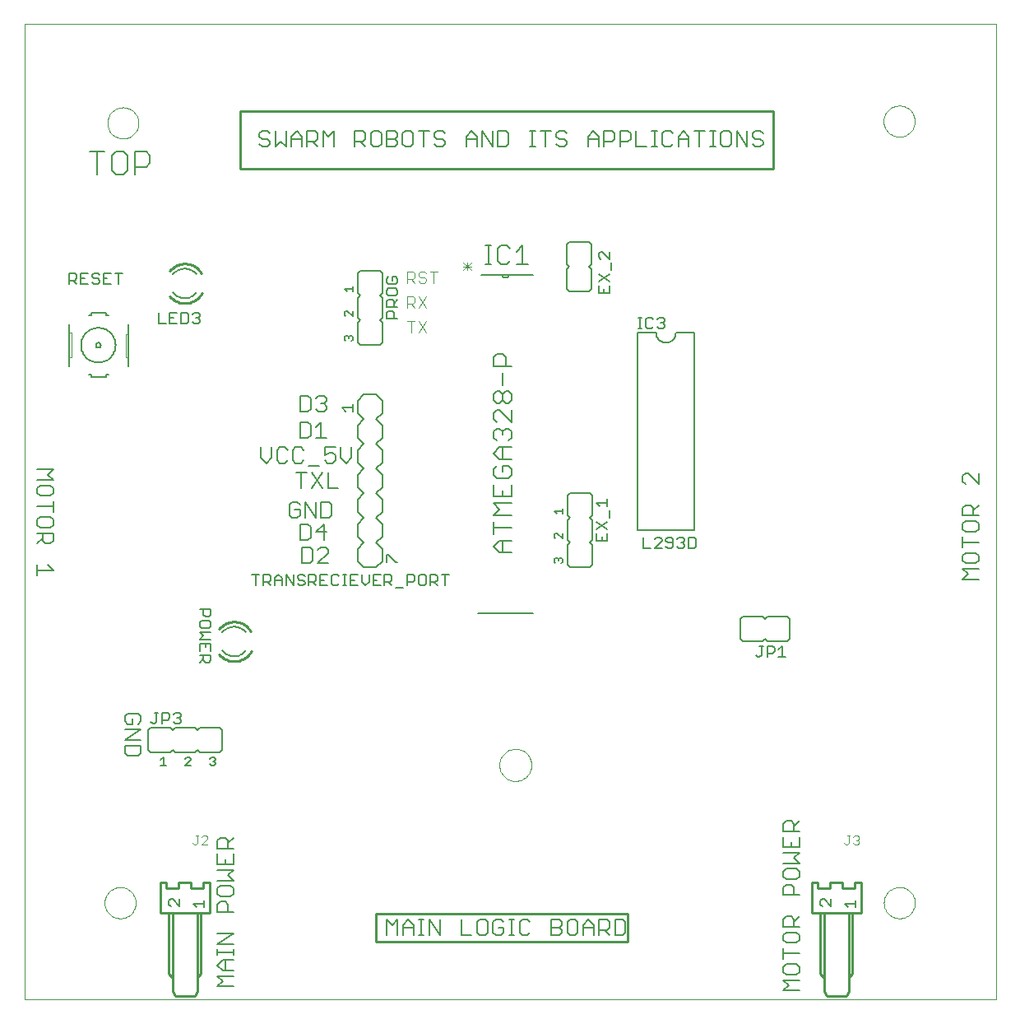
<source format=gto>
G75*
%MOIN*%
%OFA0B0*%
%FSLAX24Y24*%
%IPPOS*%
%LPD*%
%AMOC8*
5,1,8,0,0,1.08239X$1,22.5*
%
%ADD10C,0.0000*%
%ADD11C,0.0080*%
%ADD12C,0.0040*%
%ADD13C,0.0060*%
%ADD14C,0.0100*%
%ADD15C,0.0050*%
%ADD16C,0.0020*%
%ADD17C,0.0030*%
%ADD18C,0.0070*%
D10*
X000100Y000100D02*
X000100Y039596D01*
X039470Y039596D01*
X039470Y000100D01*
X000100Y000100D01*
X003352Y004021D02*
X003354Y004071D01*
X003360Y004121D01*
X003370Y004170D01*
X003384Y004218D01*
X003401Y004265D01*
X003422Y004310D01*
X003447Y004354D01*
X003475Y004395D01*
X003507Y004434D01*
X003541Y004471D01*
X003578Y004505D01*
X003618Y004535D01*
X003660Y004562D01*
X003704Y004586D01*
X003750Y004607D01*
X003797Y004623D01*
X003845Y004636D01*
X003895Y004645D01*
X003944Y004650D01*
X003995Y004651D01*
X004045Y004648D01*
X004094Y004641D01*
X004143Y004630D01*
X004191Y004615D01*
X004237Y004597D01*
X004282Y004575D01*
X004325Y004549D01*
X004366Y004520D01*
X004405Y004488D01*
X004441Y004453D01*
X004473Y004415D01*
X004503Y004375D01*
X004530Y004332D01*
X004553Y004288D01*
X004572Y004242D01*
X004588Y004194D01*
X004600Y004145D01*
X004608Y004096D01*
X004612Y004046D01*
X004612Y003996D01*
X004608Y003946D01*
X004600Y003897D01*
X004588Y003848D01*
X004572Y003800D01*
X004553Y003754D01*
X004530Y003710D01*
X004503Y003667D01*
X004473Y003627D01*
X004441Y003589D01*
X004405Y003554D01*
X004366Y003522D01*
X004325Y003493D01*
X004282Y003467D01*
X004237Y003445D01*
X004191Y003427D01*
X004143Y003412D01*
X004094Y003401D01*
X004045Y003394D01*
X003995Y003391D01*
X003944Y003392D01*
X003895Y003397D01*
X003845Y003406D01*
X003797Y003419D01*
X003750Y003435D01*
X003704Y003456D01*
X003660Y003480D01*
X003618Y003507D01*
X003578Y003537D01*
X003541Y003571D01*
X003507Y003608D01*
X003475Y003647D01*
X003447Y003688D01*
X003422Y003732D01*
X003401Y003777D01*
X003384Y003824D01*
X003370Y003872D01*
X003360Y003921D01*
X003354Y003971D01*
X003352Y004021D01*
X019350Y009600D02*
X019352Y009650D01*
X019358Y009700D01*
X019368Y009750D01*
X019381Y009798D01*
X019398Y009846D01*
X019419Y009892D01*
X019443Y009936D01*
X019471Y009978D01*
X019502Y010018D01*
X019536Y010055D01*
X019573Y010090D01*
X019612Y010121D01*
X019653Y010150D01*
X019697Y010175D01*
X019743Y010197D01*
X019790Y010215D01*
X019838Y010229D01*
X019887Y010240D01*
X019937Y010247D01*
X019987Y010250D01*
X020038Y010249D01*
X020088Y010244D01*
X020138Y010235D01*
X020186Y010223D01*
X020234Y010206D01*
X020280Y010186D01*
X020325Y010163D01*
X020368Y010136D01*
X020408Y010106D01*
X020446Y010073D01*
X020481Y010037D01*
X020514Y009998D01*
X020543Y009957D01*
X020569Y009914D01*
X020592Y009869D01*
X020611Y009822D01*
X020626Y009774D01*
X020638Y009725D01*
X020646Y009675D01*
X020650Y009625D01*
X020650Y009575D01*
X020646Y009525D01*
X020638Y009475D01*
X020626Y009426D01*
X020611Y009378D01*
X020592Y009331D01*
X020569Y009286D01*
X020543Y009243D01*
X020514Y009202D01*
X020481Y009163D01*
X020446Y009127D01*
X020408Y009094D01*
X020368Y009064D01*
X020325Y009037D01*
X020280Y009014D01*
X020234Y008994D01*
X020186Y008977D01*
X020138Y008965D01*
X020088Y008956D01*
X020038Y008951D01*
X019987Y008950D01*
X019937Y008953D01*
X019887Y008960D01*
X019838Y008971D01*
X019790Y008985D01*
X019743Y009003D01*
X019697Y009025D01*
X019653Y009050D01*
X019612Y009079D01*
X019573Y009110D01*
X019536Y009145D01*
X019502Y009182D01*
X019471Y009222D01*
X019443Y009264D01*
X019419Y009308D01*
X019398Y009354D01*
X019381Y009402D01*
X019368Y009450D01*
X019358Y009500D01*
X019352Y009550D01*
X019350Y009600D01*
X034931Y004021D02*
X034933Y004071D01*
X034939Y004121D01*
X034949Y004170D01*
X034963Y004218D01*
X034980Y004265D01*
X035001Y004310D01*
X035026Y004354D01*
X035054Y004395D01*
X035086Y004434D01*
X035120Y004471D01*
X035157Y004505D01*
X035197Y004535D01*
X035239Y004562D01*
X035283Y004586D01*
X035329Y004607D01*
X035376Y004623D01*
X035424Y004636D01*
X035474Y004645D01*
X035523Y004650D01*
X035574Y004651D01*
X035624Y004648D01*
X035673Y004641D01*
X035722Y004630D01*
X035770Y004615D01*
X035816Y004597D01*
X035861Y004575D01*
X035904Y004549D01*
X035945Y004520D01*
X035984Y004488D01*
X036020Y004453D01*
X036052Y004415D01*
X036082Y004375D01*
X036109Y004332D01*
X036132Y004288D01*
X036151Y004242D01*
X036167Y004194D01*
X036179Y004145D01*
X036187Y004096D01*
X036191Y004046D01*
X036191Y003996D01*
X036187Y003946D01*
X036179Y003897D01*
X036167Y003848D01*
X036151Y003800D01*
X036132Y003754D01*
X036109Y003710D01*
X036082Y003667D01*
X036052Y003627D01*
X036020Y003589D01*
X035984Y003554D01*
X035945Y003522D01*
X035904Y003493D01*
X035861Y003467D01*
X035816Y003445D01*
X035770Y003427D01*
X035722Y003412D01*
X035673Y003401D01*
X035624Y003394D01*
X035574Y003391D01*
X035523Y003392D01*
X035474Y003397D01*
X035424Y003406D01*
X035376Y003419D01*
X035329Y003435D01*
X035283Y003456D01*
X035239Y003480D01*
X035197Y003507D01*
X035157Y003537D01*
X035120Y003571D01*
X035086Y003608D01*
X035054Y003647D01*
X035026Y003688D01*
X035001Y003732D01*
X034980Y003777D01*
X034963Y003824D01*
X034949Y003872D01*
X034939Y003921D01*
X034933Y003971D01*
X034931Y004021D01*
X034923Y035671D02*
X034925Y035721D01*
X034931Y035771D01*
X034941Y035820D01*
X034955Y035868D01*
X034972Y035915D01*
X034993Y035960D01*
X035018Y036004D01*
X035046Y036045D01*
X035078Y036084D01*
X035112Y036121D01*
X035149Y036155D01*
X035189Y036185D01*
X035231Y036212D01*
X035275Y036236D01*
X035321Y036257D01*
X035368Y036273D01*
X035416Y036286D01*
X035466Y036295D01*
X035515Y036300D01*
X035566Y036301D01*
X035616Y036298D01*
X035665Y036291D01*
X035714Y036280D01*
X035762Y036265D01*
X035808Y036247D01*
X035853Y036225D01*
X035896Y036199D01*
X035937Y036170D01*
X035976Y036138D01*
X036012Y036103D01*
X036044Y036065D01*
X036074Y036025D01*
X036101Y035982D01*
X036124Y035938D01*
X036143Y035892D01*
X036159Y035844D01*
X036171Y035795D01*
X036179Y035746D01*
X036183Y035696D01*
X036183Y035646D01*
X036179Y035596D01*
X036171Y035547D01*
X036159Y035498D01*
X036143Y035450D01*
X036124Y035404D01*
X036101Y035360D01*
X036074Y035317D01*
X036044Y035277D01*
X036012Y035239D01*
X035976Y035204D01*
X035937Y035172D01*
X035896Y035143D01*
X035853Y035117D01*
X035808Y035095D01*
X035762Y035077D01*
X035714Y035062D01*
X035665Y035051D01*
X035616Y035044D01*
X035566Y035041D01*
X035515Y035042D01*
X035466Y035047D01*
X035416Y035056D01*
X035368Y035069D01*
X035321Y035085D01*
X035275Y035106D01*
X035231Y035130D01*
X035189Y035157D01*
X035149Y035187D01*
X035112Y035221D01*
X035078Y035258D01*
X035046Y035297D01*
X035018Y035338D01*
X034993Y035382D01*
X034972Y035427D01*
X034955Y035474D01*
X034941Y035522D01*
X034931Y035571D01*
X034925Y035621D01*
X034923Y035671D01*
X003470Y035600D02*
X003472Y035650D01*
X003478Y035700D01*
X003488Y035749D01*
X003502Y035797D01*
X003519Y035844D01*
X003540Y035889D01*
X003565Y035933D01*
X003593Y035974D01*
X003625Y036013D01*
X003659Y036050D01*
X003696Y036084D01*
X003736Y036114D01*
X003778Y036141D01*
X003822Y036165D01*
X003868Y036186D01*
X003915Y036202D01*
X003963Y036215D01*
X004013Y036224D01*
X004062Y036229D01*
X004113Y036230D01*
X004163Y036227D01*
X004212Y036220D01*
X004261Y036209D01*
X004309Y036194D01*
X004355Y036176D01*
X004400Y036154D01*
X004443Y036128D01*
X004484Y036099D01*
X004523Y036067D01*
X004559Y036032D01*
X004591Y035994D01*
X004621Y035954D01*
X004648Y035911D01*
X004671Y035867D01*
X004690Y035821D01*
X004706Y035773D01*
X004718Y035724D01*
X004726Y035675D01*
X004730Y035625D01*
X004730Y035575D01*
X004726Y035525D01*
X004718Y035476D01*
X004706Y035427D01*
X004690Y035379D01*
X004671Y035333D01*
X004648Y035289D01*
X004621Y035246D01*
X004591Y035206D01*
X004559Y035168D01*
X004523Y035133D01*
X004484Y035101D01*
X004443Y035072D01*
X004400Y035046D01*
X004355Y035024D01*
X004309Y035006D01*
X004261Y034991D01*
X004212Y034980D01*
X004163Y034973D01*
X004113Y034970D01*
X004062Y034971D01*
X004013Y034976D01*
X003963Y034985D01*
X003915Y034998D01*
X003868Y035014D01*
X003822Y035035D01*
X003778Y035059D01*
X003736Y035086D01*
X003696Y035116D01*
X003659Y035150D01*
X003625Y035187D01*
X003593Y035226D01*
X003565Y035267D01*
X003540Y035311D01*
X003519Y035356D01*
X003502Y035403D01*
X003488Y035451D01*
X003478Y035500D01*
X003472Y035550D01*
X003470Y035600D01*
D11*
X003348Y034439D02*
X002734Y034439D01*
X003041Y034439D02*
X003041Y033518D01*
X003655Y033671D02*
X003655Y034285D01*
X003809Y034439D01*
X004116Y034439D01*
X004269Y034285D01*
X004269Y033671D01*
X004116Y033518D01*
X003809Y033518D01*
X003655Y033671D01*
X004576Y033518D02*
X004576Y034439D01*
X005036Y034439D01*
X005190Y034285D01*
X005190Y033978D01*
X005036Y033825D01*
X004576Y033825D01*
X018780Y030631D02*
X019027Y030631D01*
X018903Y030631D02*
X018903Y029890D01*
X018780Y029890D02*
X019027Y029890D01*
X019283Y030013D02*
X019407Y029890D01*
X019654Y029890D01*
X019777Y030013D01*
X020038Y029890D02*
X020532Y029890D01*
X020285Y029890D02*
X020285Y030631D01*
X020038Y030384D01*
X019777Y030507D02*
X019654Y030631D01*
X019407Y030631D01*
X019283Y030507D01*
X019283Y030013D01*
X019233Y026244D02*
X019480Y026244D01*
X019603Y026121D01*
X019603Y025750D01*
X019850Y025750D02*
X019109Y025750D01*
X019109Y026121D01*
X019233Y026244D01*
X019480Y025489D02*
X019480Y024995D01*
X019603Y024734D02*
X019727Y024734D01*
X019850Y024611D01*
X019850Y024364D01*
X019727Y024240D01*
X019603Y024240D01*
X019480Y024364D01*
X019480Y024611D01*
X019603Y024734D01*
X019480Y024611D02*
X019356Y024734D01*
X019233Y024734D01*
X019109Y024611D01*
X019109Y024364D01*
X019233Y024240D01*
X019356Y024240D01*
X019480Y024364D01*
X019356Y023979D02*
X019233Y023979D01*
X019109Y023856D01*
X019109Y023609D01*
X019233Y023485D01*
X019233Y023224D02*
X019356Y023224D01*
X019480Y023101D01*
X019603Y023224D01*
X019727Y023224D01*
X019850Y023101D01*
X019850Y022854D01*
X019727Y022730D01*
X019850Y022469D02*
X019356Y022469D01*
X019109Y022222D01*
X019356Y021975D01*
X019850Y021975D01*
X019727Y021714D02*
X019480Y021714D01*
X019480Y021467D01*
X019233Y021220D02*
X019727Y021220D01*
X019850Y021344D01*
X019850Y021590D01*
X019727Y021714D01*
X019480Y021975D02*
X019480Y022469D01*
X019233Y022730D02*
X019109Y022854D01*
X019109Y023101D01*
X019233Y023224D01*
X019480Y023101D02*
X019480Y022977D01*
X019850Y023485D02*
X019356Y023979D01*
X019850Y023979D02*
X019850Y023485D01*
X019233Y021714D02*
X019109Y021590D01*
X019109Y021344D01*
X019233Y021220D01*
X019109Y020959D02*
X019109Y020465D01*
X019850Y020465D01*
X019850Y020959D01*
X019480Y020712D02*
X019480Y020465D01*
X019850Y020204D02*
X019109Y020204D01*
X019356Y019957D01*
X019109Y019710D01*
X019850Y019710D01*
X019850Y019202D02*
X019109Y019202D01*
X019109Y018955D02*
X019109Y019449D01*
X019356Y018694D02*
X019850Y018694D01*
X019480Y018694D02*
X019480Y018200D01*
X019356Y018200D02*
X019109Y018447D01*
X019356Y018694D01*
X019356Y018200D02*
X019850Y018200D01*
D12*
X016387Y027120D02*
X016080Y027580D01*
X015927Y027580D02*
X015620Y027580D01*
X015773Y027580D02*
X015773Y027120D01*
X016080Y027120D02*
X016387Y027580D01*
X016387Y028120D02*
X016080Y028580D01*
X015927Y028504D02*
X015927Y028350D01*
X015850Y028273D01*
X015620Y028273D01*
X015620Y028120D02*
X015620Y028580D01*
X015850Y028580D01*
X015927Y028504D01*
X015773Y028273D02*
X015927Y028120D01*
X016080Y028120D02*
X016387Y028580D01*
X016311Y029120D02*
X016157Y029120D01*
X016080Y029197D01*
X015927Y029120D02*
X015773Y029273D01*
X015850Y029273D02*
X015620Y029273D01*
X015620Y029120D02*
X015620Y029580D01*
X015850Y029580D01*
X015927Y029504D01*
X015927Y029350D01*
X015850Y029273D01*
X016080Y029427D02*
X016157Y029350D01*
X016311Y029350D01*
X016387Y029273D01*
X016387Y029197D01*
X016311Y029120D01*
X016694Y029120D02*
X016694Y029580D01*
X016541Y029580D02*
X016848Y029580D01*
X016387Y029504D02*
X016311Y029580D01*
X016157Y029580D01*
X016080Y029504D01*
X016080Y029427D01*
X007471Y006741D02*
X007351Y006741D01*
X007291Y006681D01*
X007163Y006741D02*
X007043Y006741D01*
X007103Y006741D02*
X007103Y006441D01*
X007043Y006381D01*
X006983Y006381D01*
X006923Y006441D01*
X007291Y006381D02*
X007531Y006621D01*
X007531Y006681D01*
X007471Y006741D01*
X007531Y006381D02*
X007291Y006381D01*
X033322Y006441D02*
X033382Y006381D01*
X033443Y006381D01*
X033503Y006441D01*
X033503Y006741D01*
X033443Y006741D02*
X033563Y006741D01*
X033691Y006681D02*
X033751Y006741D01*
X033871Y006741D01*
X033931Y006681D01*
X033931Y006621D01*
X033871Y006561D01*
X033931Y006501D01*
X033931Y006441D01*
X033871Y006381D01*
X033751Y006381D01*
X033691Y006441D01*
X033811Y006561D02*
X033871Y006561D01*
D13*
X031503Y006691D02*
X031503Y006264D01*
X030862Y006264D01*
X030862Y006691D01*
X030862Y006909D02*
X030862Y007229D01*
X030969Y007336D01*
X031183Y007336D01*
X031290Y007229D01*
X031290Y006909D01*
X031503Y006909D02*
X030862Y006909D01*
X031183Y006478D02*
X031183Y006264D01*
X031503Y006047D02*
X031290Y005833D01*
X031503Y005620D01*
X030862Y005620D01*
X030969Y005402D02*
X030862Y005295D01*
X030862Y005082D01*
X030969Y004975D01*
X031396Y004975D01*
X031503Y005082D01*
X031503Y005295D01*
X031396Y005402D01*
X030969Y005402D01*
X030969Y004758D02*
X030862Y004651D01*
X030862Y004331D01*
X031503Y004331D01*
X031290Y004331D02*
X031290Y004651D01*
X031183Y004758D01*
X030969Y004758D01*
X030969Y003469D02*
X030862Y003362D01*
X030862Y003042D01*
X031503Y003042D01*
X031290Y003042D02*
X031290Y003362D01*
X031183Y003469D01*
X030969Y003469D01*
X031290Y003255D02*
X031503Y003469D01*
X031396Y002824D02*
X030969Y002824D01*
X030862Y002717D01*
X030862Y002504D01*
X030969Y002397D01*
X031396Y002397D01*
X031503Y002504D01*
X031503Y002717D01*
X031396Y002824D01*
X030862Y002179D02*
X030862Y001752D01*
X030862Y001966D02*
X031503Y001966D01*
X031396Y001535D02*
X030969Y001535D01*
X030862Y001428D01*
X030862Y001215D01*
X030969Y001108D01*
X031396Y001108D01*
X031503Y001215D01*
X031503Y001428D01*
X031396Y001535D01*
X031503Y000890D02*
X030862Y000890D01*
X031076Y000677D01*
X030862Y000463D01*
X031503Y000463D01*
X031503Y006047D02*
X030862Y006047D01*
X031290Y007122D02*
X031503Y007336D01*
X031000Y014600D02*
X030200Y014600D01*
X030100Y014700D01*
X030000Y014600D01*
X029200Y014600D01*
X029100Y014700D01*
X029100Y015500D01*
X029200Y015600D01*
X030000Y015600D01*
X030100Y015500D01*
X030200Y015600D01*
X031000Y015600D01*
X031100Y015500D01*
X031100Y014700D01*
X031000Y014600D01*
X027250Y019100D02*
X024950Y019100D01*
X024950Y027100D01*
X025700Y027100D01*
X025702Y027061D01*
X025708Y027022D01*
X025717Y026984D01*
X025730Y026947D01*
X025747Y026911D01*
X025767Y026878D01*
X025791Y026846D01*
X025817Y026817D01*
X025846Y026791D01*
X025878Y026767D01*
X025911Y026747D01*
X025947Y026730D01*
X025984Y026717D01*
X026022Y026708D01*
X026061Y026702D01*
X026100Y026700D01*
X026139Y026702D01*
X026178Y026708D01*
X026216Y026717D01*
X026253Y026730D01*
X026289Y026747D01*
X026322Y026767D01*
X026354Y026791D01*
X026383Y026817D01*
X026409Y026846D01*
X026433Y026878D01*
X026453Y026911D01*
X026470Y026947D01*
X026483Y026984D01*
X026492Y027022D01*
X026498Y027061D01*
X026500Y027100D01*
X027250Y027100D01*
X027250Y019100D01*
X023100Y018700D02*
X023000Y018600D01*
X023100Y018500D01*
X023100Y017700D01*
X023000Y017600D01*
X022200Y017600D01*
X022100Y017700D01*
X022100Y018500D01*
X022200Y018600D01*
X022100Y018700D01*
X022100Y019500D01*
X022200Y019600D01*
X022100Y019700D01*
X022100Y020500D01*
X022200Y020600D01*
X023000Y020600D01*
X023100Y020500D01*
X023100Y019700D01*
X023000Y019600D01*
X023100Y019500D01*
X023100Y018700D01*
X020720Y015750D02*
X018480Y015750D01*
X014600Y017850D02*
X014350Y017600D01*
X013850Y017600D01*
X013600Y017850D01*
X013600Y018350D01*
X013850Y018600D01*
X013600Y018850D01*
X013600Y019350D01*
X013850Y019600D01*
X013600Y019850D01*
X013600Y020350D01*
X013850Y020600D01*
X013600Y020850D01*
X013600Y021350D01*
X013850Y021600D01*
X013600Y021850D01*
X013600Y022350D01*
X013850Y022600D01*
X013600Y022850D01*
X013600Y023350D01*
X013850Y023600D01*
X013600Y023850D01*
X013600Y024350D01*
X013850Y024600D01*
X014350Y024600D01*
X014600Y024350D01*
X014600Y023850D01*
X014350Y023600D01*
X014600Y023350D01*
X014600Y022850D01*
X014350Y022600D01*
X014600Y022350D01*
X014600Y021850D01*
X014350Y021600D01*
X014600Y021350D01*
X014600Y020850D01*
X014350Y020600D01*
X014600Y020350D01*
X014600Y019850D01*
X014350Y019600D01*
X014600Y019350D01*
X014600Y018850D01*
X014350Y018600D01*
X014600Y018350D01*
X014600Y017850D01*
X012422Y017768D02*
X011995Y017768D01*
X012422Y018195D01*
X012422Y018302D01*
X012315Y018408D01*
X012102Y018408D01*
X011995Y018302D01*
X011778Y018302D02*
X011778Y017875D01*
X011671Y017768D01*
X011350Y017768D01*
X011350Y018408D01*
X011671Y018408D01*
X011778Y018302D01*
X011592Y018713D02*
X011272Y018713D01*
X011272Y019353D01*
X011592Y019353D01*
X011699Y019246D01*
X011699Y018819D01*
X011592Y018713D01*
X011916Y019033D02*
X012237Y019353D01*
X012237Y018713D01*
X012343Y019033D02*
X011916Y019033D01*
X011910Y019618D02*
X011910Y020259D01*
X012128Y020259D02*
X012448Y020259D01*
X012555Y020152D01*
X012555Y019725D01*
X012448Y019618D01*
X012128Y019618D01*
X012128Y020259D01*
X012186Y020799D02*
X011759Y021440D01*
X011541Y021440D02*
X011114Y021440D01*
X011328Y021440D02*
X011328Y020799D01*
X011759Y020799D02*
X012186Y021440D01*
X012403Y021440D02*
X012403Y020799D01*
X012830Y020799D01*
X012595Y021823D02*
X012382Y021823D01*
X012275Y021930D01*
X012275Y022143D02*
X012489Y022250D01*
X012595Y022250D01*
X012702Y022143D01*
X012702Y021930D01*
X012595Y021823D01*
X012920Y022036D02*
X013133Y021823D01*
X013347Y022036D01*
X013347Y022463D01*
X012920Y022463D02*
X012920Y022036D01*
X012702Y022463D02*
X012275Y022463D01*
X012275Y022143D01*
X012058Y021716D02*
X011631Y021716D01*
X011413Y021930D02*
X011306Y021823D01*
X011093Y021823D01*
X010986Y021930D01*
X010986Y022357D01*
X011093Y022463D01*
X011306Y022463D01*
X011413Y022357D01*
X011272Y022847D02*
X011592Y022847D01*
X011699Y022953D01*
X011699Y023380D01*
X011592Y023487D01*
X011272Y023487D01*
X011272Y022847D01*
X010769Y022357D02*
X010662Y022463D01*
X010448Y022463D01*
X010341Y022357D01*
X010341Y021930D01*
X010448Y021823D01*
X010662Y021823D01*
X010769Y021930D01*
X010124Y022036D02*
X009910Y021823D01*
X009697Y022036D01*
X009697Y022463D01*
X010124Y022463D02*
X010124Y022036D01*
X010945Y020259D02*
X010839Y020152D01*
X010839Y019725D01*
X010945Y019618D01*
X011159Y019618D01*
X011266Y019725D01*
X011266Y019938D01*
X011052Y019938D01*
X011266Y020152D02*
X011159Y020259D01*
X010945Y020259D01*
X011483Y020259D02*
X011483Y019618D01*
X011910Y019618D02*
X011483Y020259D01*
X011916Y022847D02*
X012343Y022847D01*
X012130Y022847D02*
X012130Y023487D01*
X011916Y023274D01*
X012023Y023910D02*
X011916Y024016D01*
X012023Y023910D02*
X012237Y023910D01*
X012343Y024016D01*
X012343Y024123D01*
X012237Y024230D01*
X012130Y024230D01*
X012237Y024230D02*
X012343Y024337D01*
X012343Y024443D01*
X012237Y024550D01*
X012023Y024550D01*
X011916Y024443D01*
X011699Y024443D02*
X011699Y024016D01*
X011592Y023910D01*
X011272Y023910D01*
X011272Y024550D01*
X011592Y024550D01*
X011699Y024443D01*
X013700Y026600D02*
X014500Y026600D01*
X014600Y026700D01*
X014600Y027500D01*
X014500Y027600D01*
X014600Y027700D01*
X014600Y028500D01*
X014500Y028600D01*
X014600Y028700D01*
X014600Y029500D01*
X014500Y029600D01*
X013700Y029600D01*
X013600Y029500D01*
X013600Y028700D01*
X013700Y028600D01*
X013600Y028500D01*
X013600Y027700D01*
X013700Y027600D01*
X013600Y027500D01*
X013600Y026700D01*
X013700Y026600D01*
X018620Y029450D02*
X019480Y029450D01*
X019720Y029450D01*
X020720Y029450D01*
X019720Y029450D02*
X019718Y029429D01*
X019713Y029409D01*
X019704Y029390D01*
X019692Y029373D01*
X019677Y029358D01*
X019660Y029346D01*
X019641Y029337D01*
X019621Y029332D01*
X019600Y029330D01*
X019579Y029332D01*
X019559Y029337D01*
X019540Y029346D01*
X019523Y029358D01*
X019508Y029373D01*
X019496Y029390D01*
X019487Y029409D01*
X019482Y029429D01*
X019480Y029450D01*
X022098Y029664D02*
X022098Y028864D01*
X022198Y028764D01*
X022998Y028764D01*
X023098Y028864D01*
X023098Y029664D01*
X022998Y029764D01*
X023098Y029864D01*
X023098Y030664D01*
X022998Y030764D01*
X022198Y030764D01*
X022098Y030664D01*
X022098Y029864D01*
X022198Y029764D01*
X022098Y029664D01*
X021982Y034630D02*
X021768Y034630D01*
X021662Y034737D01*
X021768Y034950D02*
X021662Y035057D01*
X021662Y035164D01*
X021768Y035271D01*
X021982Y035271D01*
X022089Y035164D01*
X021982Y034950D02*
X022089Y034844D01*
X022089Y034737D01*
X021982Y034630D01*
X021982Y034950D02*
X021768Y034950D01*
X021444Y035271D02*
X021017Y035271D01*
X021231Y035271D02*
X021231Y034630D01*
X020801Y034630D02*
X020587Y034630D01*
X020694Y034630D02*
X020694Y035271D01*
X020587Y035271D02*
X020801Y035271D01*
X019725Y035164D02*
X019725Y034737D01*
X019619Y034630D01*
X019298Y034630D01*
X019298Y035271D01*
X019619Y035271D01*
X019725Y035164D01*
X019081Y035271D02*
X019081Y034630D01*
X018654Y035271D01*
X018654Y034630D01*
X018436Y034630D02*
X018436Y035057D01*
X018223Y035271D01*
X018009Y035057D01*
X018009Y034630D01*
X018009Y034950D02*
X018436Y034950D01*
X017147Y034844D02*
X017147Y034737D01*
X017040Y034630D01*
X016827Y034630D01*
X016720Y034737D01*
X016827Y034950D02*
X017040Y034950D01*
X017147Y034844D01*
X017147Y035164D02*
X017040Y035271D01*
X016827Y035271D01*
X016720Y035164D01*
X016720Y035057D01*
X016827Y034950D01*
X016503Y035271D02*
X016075Y035271D01*
X016289Y035271D02*
X016289Y034630D01*
X015858Y034737D02*
X015858Y035164D01*
X015751Y035271D01*
X015538Y035271D01*
X015431Y035164D01*
X015431Y034737D01*
X015538Y034630D01*
X015751Y034630D01*
X015858Y034737D01*
X015213Y034737D02*
X015107Y034630D01*
X014786Y034630D01*
X014786Y035271D01*
X015107Y035271D01*
X015213Y035164D01*
X015213Y035057D01*
X015107Y034950D01*
X014786Y034950D01*
X014569Y034737D02*
X014569Y035164D01*
X014462Y035271D01*
X014249Y035271D01*
X014142Y035164D01*
X014142Y034737D01*
X014249Y034630D01*
X014462Y034630D01*
X014569Y034737D01*
X013924Y034630D02*
X013711Y034844D01*
X013818Y034844D02*
X013497Y034844D01*
X013497Y034630D02*
X013497Y035271D01*
X013818Y035271D01*
X013924Y035164D01*
X013924Y034950D01*
X013818Y034844D01*
X012635Y034630D02*
X012635Y035271D01*
X012422Y035057D01*
X012208Y035271D01*
X012208Y034630D01*
X011991Y034630D02*
X011777Y034844D01*
X011884Y034844D02*
X011564Y034844D01*
X011564Y034630D02*
X011564Y035271D01*
X011884Y035271D01*
X011991Y035164D01*
X011991Y034950D01*
X011884Y034844D01*
X011346Y034950D02*
X010919Y034950D01*
X010919Y035057D02*
X011133Y035271D01*
X011346Y035057D01*
X011346Y034630D01*
X010919Y034630D02*
X010919Y035057D01*
X010702Y035271D02*
X010702Y034630D01*
X010488Y034844D01*
X010275Y034630D01*
X010275Y035271D01*
X010057Y035164D02*
X009950Y035271D01*
X009737Y035271D01*
X009630Y035164D01*
X009630Y035057D01*
X009737Y034950D01*
X009950Y034950D01*
X010057Y034844D01*
X010057Y034737D01*
X009950Y034630D01*
X009737Y034630D01*
X009630Y034737D01*
X015107Y034950D02*
X015213Y034844D01*
X015213Y034737D01*
X022951Y034630D02*
X022951Y035057D01*
X023164Y035271D01*
X023378Y035057D01*
X023378Y034630D01*
X023595Y034630D02*
X023595Y035271D01*
X023916Y035271D01*
X024022Y035164D01*
X024022Y034950D01*
X023916Y034844D01*
X023595Y034844D01*
X023378Y034950D02*
X022951Y034950D01*
X024240Y034844D02*
X024560Y034844D01*
X024667Y034950D01*
X024667Y035164D01*
X024560Y035271D01*
X024240Y035271D01*
X024240Y034630D01*
X024884Y034630D02*
X024884Y035271D01*
X024884Y034630D02*
X025311Y034630D01*
X025529Y034630D02*
X025742Y034630D01*
X025636Y034630D02*
X025636Y035271D01*
X025742Y035271D02*
X025529Y035271D01*
X025959Y035164D02*
X025959Y034737D01*
X026065Y034630D01*
X026279Y034630D01*
X026386Y034737D01*
X026603Y034630D02*
X026603Y035057D01*
X026817Y035271D01*
X027030Y035057D01*
X027030Y034630D01*
X027030Y034950D02*
X026603Y034950D01*
X026386Y035164D02*
X026279Y035271D01*
X026065Y035271D01*
X025959Y035164D01*
X027248Y035271D02*
X027675Y035271D01*
X027461Y035271D02*
X027461Y034630D01*
X027892Y034630D02*
X028106Y034630D01*
X027999Y034630D02*
X027999Y035271D01*
X027892Y035271D02*
X028106Y035271D01*
X028322Y035164D02*
X028322Y034737D01*
X028429Y034630D01*
X028642Y034630D01*
X028749Y034737D01*
X028749Y035164D01*
X028642Y035271D01*
X028429Y035271D01*
X028322Y035164D01*
X028966Y035271D02*
X028966Y034630D01*
X029394Y034630D02*
X028966Y035271D01*
X029394Y035271D02*
X029394Y034630D01*
X029611Y034737D02*
X029718Y034630D01*
X029931Y034630D01*
X030038Y034737D01*
X030038Y034844D01*
X029931Y034950D01*
X029718Y034950D01*
X029611Y035057D01*
X029611Y035164D01*
X029718Y035271D01*
X029931Y035271D01*
X030038Y035164D01*
X038236Y021412D02*
X038129Y021306D01*
X038129Y021092D01*
X038236Y020985D01*
X038236Y021412D02*
X038343Y021412D01*
X038770Y020985D01*
X038770Y021412D01*
X038770Y020123D02*
X038556Y019910D01*
X038556Y020017D02*
X038556Y019696D01*
X038770Y019696D02*
X038129Y019696D01*
X038129Y020017D01*
X038236Y020123D01*
X038450Y020123D01*
X038556Y020017D01*
X038663Y019479D02*
X038236Y019479D01*
X038129Y019372D01*
X038129Y019159D01*
X038236Y019052D01*
X038663Y019052D01*
X038770Y019159D01*
X038770Y019372D01*
X038663Y019479D01*
X038129Y018834D02*
X038129Y018407D01*
X038129Y018621D02*
X038770Y018621D01*
X038663Y018190D02*
X038236Y018190D01*
X038129Y018083D01*
X038129Y017869D01*
X038236Y017763D01*
X038663Y017763D01*
X038770Y017869D01*
X038770Y018083D01*
X038663Y018190D01*
X038770Y017545D02*
X038129Y017545D01*
X038343Y017332D01*
X038129Y017118D01*
X038770Y017118D01*
X024461Y003230D02*
X024461Y002803D01*
X024354Y002696D01*
X024034Y002696D01*
X024034Y003337D01*
X024354Y003337D01*
X024461Y003230D01*
X023816Y003230D02*
X023816Y003017D01*
X023709Y002910D01*
X023389Y002910D01*
X023389Y002696D02*
X023389Y003337D01*
X023709Y003337D01*
X023816Y003230D01*
X023603Y002910D02*
X023816Y002696D01*
X023172Y002696D02*
X023172Y003123D01*
X022958Y003337D01*
X022745Y003123D01*
X022745Y002696D01*
X022527Y002803D02*
X022527Y003230D01*
X022420Y003337D01*
X022207Y003337D01*
X022100Y003230D01*
X022100Y002803D01*
X022207Y002696D01*
X022420Y002696D01*
X022527Y002803D01*
X022745Y003017D02*
X023172Y003017D01*
X021883Y003123D02*
X021776Y003017D01*
X021456Y003017D01*
X021776Y003017D02*
X021883Y002910D01*
X021883Y002803D01*
X021776Y002696D01*
X021456Y002696D01*
X021456Y003337D01*
X021776Y003337D01*
X021883Y003230D01*
X021883Y003123D01*
X020593Y003230D02*
X020487Y003337D01*
X020273Y003337D01*
X020166Y003230D01*
X020166Y002803D01*
X020273Y002696D01*
X020487Y002696D01*
X020593Y002803D01*
X019950Y002696D02*
X019737Y002696D01*
X019844Y002696D02*
X019844Y003337D01*
X019950Y003337D02*
X019737Y003337D01*
X019519Y003230D02*
X019412Y003337D01*
X019199Y003337D01*
X019092Y003230D01*
X019092Y002803D01*
X019199Y002696D01*
X019412Y002696D01*
X019519Y002803D01*
X019519Y003017D01*
X019306Y003017D01*
X018875Y003230D02*
X018768Y003337D01*
X018554Y003337D01*
X018448Y003230D01*
X018448Y002803D01*
X018554Y002696D01*
X018768Y002696D01*
X018875Y002803D01*
X018875Y003230D01*
X018230Y002696D02*
X017803Y002696D01*
X017803Y003337D01*
X016941Y003337D02*
X016941Y002696D01*
X016514Y003337D01*
X016514Y002696D01*
X016298Y002696D02*
X016084Y002696D01*
X016191Y002696D02*
X016191Y003337D01*
X016084Y003337D02*
X016298Y003337D01*
X015867Y003123D02*
X015867Y002696D01*
X015867Y003017D02*
X015440Y003017D01*
X015440Y003123D02*
X015653Y003337D01*
X015867Y003123D01*
X015440Y003123D02*
X015440Y002696D01*
X015222Y002696D02*
X015222Y003337D01*
X015009Y003123D01*
X014795Y003337D01*
X014795Y002696D01*
X008570Y002776D02*
X007929Y002776D01*
X007929Y002349D02*
X008570Y002776D01*
X008570Y002349D02*
X007929Y002349D01*
X007929Y002133D02*
X007929Y001919D01*
X007929Y002026D02*
X008570Y002026D01*
X008570Y001919D02*
X008570Y002133D01*
X008570Y001702D02*
X008143Y001702D01*
X007929Y001488D01*
X008143Y001275D01*
X008570Y001275D01*
X008570Y001057D02*
X007929Y001057D01*
X008143Y000844D01*
X007929Y000630D01*
X008570Y000630D01*
X008250Y001275D02*
X008250Y001702D01*
X008356Y003638D02*
X008356Y003958D01*
X008250Y004065D01*
X008036Y004065D01*
X007929Y003958D01*
X007929Y003638D01*
X008570Y003638D01*
X008463Y004282D02*
X008036Y004282D01*
X007929Y004389D01*
X007929Y004603D01*
X008036Y004709D01*
X008463Y004709D01*
X008570Y004603D01*
X008570Y004389D01*
X008463Y004282D01*
X008570Y004927D02*
X007929Y004927D01*
X007929Y005354D02*
X008570Y005354D01*
X008356Y005141D01*
X008570Y004927D01*
X008570Y005572D02*
X007929Y005572D01*
X007929Y005999D01*
X007929Y006216D02*
X007929Y006536D01*
X008036Y006643D01*
X008250Y006643D01*
X008356Y006536D01*
X008356Y006216D01*
X008356Y006430D02*
X008570Y006643D01*
X008570Y006216D02*
X007929Y006216D01*
X008250Y005785D02*
X008250Y005572D01*
X008570Y005572D02*
X008570Y005999D01*
X008000Y010100D02*
X007200Y010100D01*
X007100Y010200D01*
X007000Y010100D01*
X006200Y010100D01*
X006100Y010200D01*
X006000Y010100D01*
X005200Y010100D01*
X005100Y010200D01*
X005100Y011000D01*
X005200Y011100D01*
X006000Y011100D01*
X006100Y011000D01*
X006200Y011100D01*
X007000Y011100D01*
X007100Y011000D01*
X007200Y011100D01*
X008000Y011100D01*
X008100Y011000D01*
X008100Y010200D01*
X008000Y010100D01*
X004813Y010075D02*
X004813Y010395D01*
X004172Y010395D01*
X004172Y010075D01*
X004279Y009968D01*
X004706Y009968D01*
X004813Y010075D01*
X004813Y010613D02*
X004172Y010613D01*
X004813Y011040D01*
X004172Y011040D01*
X004279Y011257D02*
X004492Y011257D01*
X004492Y011471D01*
X004279Y011684D02*
X004172Y011577D01*
X004172Y011364D01*
X004279Y011257D01*
X004706Y011257D02*
X004813Y011364D01*
X004813Y011577D01*
X004706Y011684D01*
X004279Y011684D01*
X008600Y015200D02*
X008645Y015198D01*
X008691Y015193D01*
X008735Y015185D01*
X008779Y015173D01*
X008822Y015157D01*
X008864Y015139D01*
X008904Y015117D01*
X008942Y015093D01*
X008978Y015066D01*
X009013Y015036D01*
X009044Y015003D01*
X009074Y014968D01*
X008600Y014000D02*
X008553Y014002D01*
X008505Y014008D01*
X008459Y014017D01*
X008413Y014030D01*
X008369Y014046D01*
X008325Y014067D01*
X008284Y014090D01*
X008245Y014116D01*
X008208Y014146D01*
X008173Y014179D01*
X008141Y014214D01*
X008112Y014251D01*
X008600Y014000D02*
X008646Y014002D01*
X008692Y014007D01*
X008738Y014016D01*
X008783Y014028D01*
X008826Y014044D01*
X008868Y014063D01*
X008909Y014086D01*
X008948Y014111D01*
X008984Y014139D01*
X009019Y014170D01*
X009051Y014204D01*
X009080Y014240D01*
X008600Y015200D02*
X008555Y015198D01*
X008509Y015193D01*
X008465Y015185D01*
X008421Y015173D01*
X008378Y015157D01*
X008336Y015139D01*
X008296Y015117D01*
X008258Y015093D01*
X008222Y015066D01*
X008187Y015036D01*
X008156Y015003D01*
X008126Y014968D01*
X001271Y017489D02*
X000630Y017489D01*
X000630Y017276D02*
X000630Y017703D01*
X001057Y017703D02*
X001271Y017489D01*
X001164Y018565D02*
X000950Y018565D01*
X000844Y018672D01*
X000844Y018992D01*
X000844Y018778D02*
X000630Y018565D01*
X000630Y018992D02*
X001271Y018992D01*
X001271Y018672D01*
X001164Y018565D01*
X001164Y019209D02*
X000737Y019209D01*
X000630Y019316D01*
X000630Y019530D01*
X000737Y019636D01*
X001164Y019636D01*
X001271Y019530D01*
X001271Y019316D01*
X001164Y019209D01*
X001271Y019854D02*
X001271Y020281D01*
X001271Y020067D02*
X000630Y020067D01*
X000737Y020498D02*
X001164Y020498D01*
X001271Y020605D01*
X001271Y020819D01*
X001164Y020925D01*
X000737Y020925D01*
X000630Y020819D01*
X000630Y020605D01*
X000737Y020498D01*
X000630Y021143D02*
X001271Y021143D01*
X001057Y021356D01*
X001271Y021570D01*
X000630Y021570D01*
X002800Y025300D02*
X003400Y025300D01*
X003400Y025400D01*
X003500Y025400D01*
X002800Y025400D02*
X002700Y025400D01*
X002800Y025400D02*
X002800Y025300D01*
X001900Y025750D02*
X001900Y026100D01*
X001900Y027100D01*
X001900Y027450D01*
X002700Y027800D02*
X002800Y027800D01*
X002800Y027900D01*
X003400Y027900D01*
X003400Y027800D01*
X003500Y027800D01*
X004300Y027450D02*
X004300Y027050D01*
X004300Y026100D01*
X004300Y025750D01*
X003000Y026600D02*
X003002Y026620D01*
X003008Y026638D01*
X003017Y026656D01*
X003029Y026671D01*
X003044Y026683D01*
X003062Y026692D01*
X003080Y026698D01*
X003100Y026700D01*
X003120Y026698D01*
X003138Y026692D01*
X003156Y026683D01*
X003171Y026671D01*
X003183Y026656D01*
X003192Y026638D01*
X003198Y026620D01*
X003200Y026600D01*
X003198Y026580D01*
X003192Y026562D01*
X003183Y026544D01*
X003171Y026529D01*
X003156Y026517D01*
X003138Y026508D01*
X003120Y026502D01*
X003100Y026500D01*
X003080Y026502D01*
X003062Y026508D01*
X003044Y026517D01*
X003029Y026529D01*
X003017Y026544D01*
X003008Y026562D01*
X003002Y026580D01*
X003000Y026600D01*
X002400Y026600D02*
X002402Y026652D01*
X002408Y026704D01*
X002418Y026756D01*
X002431Y026806D01*
X002448Y026856D01*
X002469Y026904D01*
X002494Y026950D01*
X002522Y026994D01*
X002553Y027036D01*
X002587Y027076D01*
X002624Y027113D01*
X002664Y027147D01*
X002706Y027178D01*
X002750Y027206D01*
X002796Y027231D01*
X002844Y027252D01*
X002894Y027269D01*
X002944Y027282D01*
X002996Y027292D01*
X003048Y027298D01*
X003100Y027300D01*
X003152Y027298D01*
X003204Y027292D01*
X003256Y027282D01*
X003306Y027269D01*
X003356Y027252D01*
X003404Y027231D01*
X003450Y027206D01*
X003494Y027178D01*
X003536Y027147D01*
X003576Y027113D01*
X003613Y027076D01*
X003647Y027036D01*
X003678Y026994D01*
X003706Y026950D01*
X003731Y026904D01*
X003752Y026856D01*
X003769Y026806D01*
X003782Y026756D01*
X003792Y026704D01*
X003798Y026652D01*
X003800Y026600D01*
X003798Y026548D01*
X003792Y026496D01*
X003782Y026444D01*
X003769Y026394D01*
X003752Y026344D01*
X003731Y026296D01*
X003706Y026250D01*
X003678Y026206D01*
X003647Y026164D01*
X003613Y026124D01*
X003576Y026087D01*
X003536Y026053D01*
X003494Y026022D01*
X003450Y025994D01*
X003404Y025969D01*
X003356Y025948D01*
X003306Y025931D01*
X003256Y025918D01*
X003204Y025908D01*
X003152Y025902D01*
X003100Y025900D01*
X003048Y025902D01*
X002996Y025908D01*
X002944Y025918D01*
X002894Y025931D01*
X002844Y025948D01*
X002796Y025969D01*
X002750Y025994D01*
X002706Y026022D01*
X002664Y026053D01*
X002624Y026087D01*
X002587Y026124D01*
X002553Y026164D01*
X002522Y026206D01*
X002494Y026250D01*
X002469Y026296D01*
X002448Y026344D01*
X002431Y026394D01*
X002418Y026444D01*
X002408Y026496D01*
X002402Y026548D01*
X002400Y026600D01*
X006600Y029700D02*
X006645Y029698D01*
X006691Y029693D01*
X006735Y029685D01*
X006779Y029673D01*
X006822Y029657D01*
X006864Y029639D01*
X006904Y029617D01*
X006942Y029593D01*
X006978Y029566D01*
X007013Y029536D01*
X007044Y029503D01*
X007074Y029468D01*
X006600Y028500D02*
X006553Y028502D01*
X006505Y028508D01*
X006459Y028517D01*
X006413Y028530D01*
X006369Y028546D01*
X006325Y028567D01*
X006284Y028590D01*
X006245Y028616D01*
X006208Y028646D01*
X006173Y028679D01*
X006141Y028714D01*
X006112Y028751D01*
X006600Y028500D02*
X006646Y028502D01*
X006692Y028507D01*
X006738Y028516D01*
X006783Y028528D01*
X006826Y028544D01*
X006868Y028563D01*
X006909Y028586D01*
X006948Y028611D01*
X006984Y028639D01*
X007019Y028670D01*
X007051Y028704D01*
X007080Y028740D01*
X006600Y029700D02*
X006555Y029698D01*
X006509Y029693D01*
X006465Y029685D01*
X006421Y029673D01*
X006378Y029657D01*
X006336Y029639D01*
X006296Y029617D01*
X006258Y029593D01*
X006222Y029566D01*
X006187Y029536D01*
X006156Y029503D01*
X006126Y029468D01*
D14*
X006600Y028300D02*
X006654Y028302D01*
X006708Y028307D01*
X006761Y028316D01*
X006814Y028329D01*
X006865Y028345D01*
X006915Y028365D01*
X006964Y028388D01*
X007012Y028414D01*
X007057Y028443D01*
X007100Y028476D01*
X007141Y028511D01*
X007180Y028549D01*
X007216Y028589D01*
X007249Y028632D01*
X007279Y028677D01*
X007306Y028724D01*
X007295Y029497D02*
X007265Y029545D01*
X007232Y029590D01*
X007196Y029633D01*
X007158Y029674D01*
X007116Y029711D01*
X007072Y029746D01*
X007026Y029777D01*
X006977Y029806D01*
X006927Y029830D01*
X006875Y029851D01*
X006821Y029869D01*
X006767Y029882D01*
X006712Y029892D01*
X006656Y029898D01*
X006600Y029900D01*
X006547Y029898D01*
X006493Y029893D01*
X006441Y029884D01*
X006389Y029872D01*
X006338Y029856D01*
X006288Y029837D01*
X006239Y029814D01*
X006192Y029788D01*
X006147Y029760D01*
X006104Y029728D01*
X006064Y029694D01*
X006025Y029656D01*
X005989Y029617D01*
X005985Y028588D02*
X006021Y028548D01*
X006060Y028510D01*
X006101Y028475D01*
X006144Y028443D01*
X006189Y028413D01*
X006236Y028387D01*
X006285Y028365D01*
X006336Y028345D01*
X006387Y028329D01*
X006439Y028316D01*
X006493Y028307D01*
X006546Y028302D01*
X006600Y028300D01*
X008840Y033761D02*
X008840Y036084D01*
X030454Y036084D01*
X030454Y033761D01*
X008840Y033761D01*
X009306Y014224D02*
X009279Y014177D01*
X009249Y014132D01*
X009216Y014089D01*
X009180Y014049D01*
X009141Y014011D01*
X009100Y013976D01*
X009057Y013943D01*
X009012Y013914D01*
X008964Y013888D01*
X008915Y013865D01*
X008865Y013845D01*
X008814Y013829D01*
X008761Y013816D01*
X008708Y013807D01*
X008654Y013802D01*
X008600Y013800D01*
X009295Y014997D02*
X009265Y015045D01*
X009232Y015090D01*
X009196Y015133D01*
X009158Y015174D01*
X009116Y015211D01*
X009072Y015246D01*
X009026Y015277D01*
X008977Y015306D01*
X008927Y015330D01*
X008875Y015351D01*
X008821Y015369D01*
X008767Y015382D01*
X008712Y015392D01*
X008656Y015398D01*
X008600Y015400D01*
X008547Y015398D01*
X008493Y015393D01*
X008441Y015384D01*
X008389Y015372D01*
X008338Y015356D01*
X008288Y015337D01*
X008239Y015314D01*
X008192Y015288D01*
X008147Y015260D01*
X008104Y015228D01*
X008064Y015194D01*
X008025Y015156D01*
X007989Y015117D01*
X007985Y014088D02*
X008021Y014048D01*
X008060Y014010D01*
X008101Y013975D01*
X008144Y013943D01*
X008189Y013913D01*
X008236Y013887D01*
X008285Y013865D01*
X008336Y013845D01*
X008387Y013829D01*
X008439Y013816D01*
X008493Y013807D01*
X008546Y013802D01*
X008600Y013800D01*
X007600Y004850D02*
X007350Y004850D01*
X007350Y004600D01*
X006850Y004600D01*
X006850Y004850D01*
X006350Y004850D01*
X006350Y004600D01*
X005850Y004600D01*
X005850Y004850D01*
X005600Y004850D01*
X005600Y003600D01*
X005950Y003600D01*
X005950Y001150D01*
X006080Y001010D01*
X006100Y000450D02*
X006200Y000250D01*
X006580Y000250D01*
X006620Y000250D01*
X006580Y000250D02*
X007000Y000250D01*
X007100Y000450D01*
X007100Y003600D01*
X007600Y003600D01*
X007600Y004850D01*
X007250Y003600D02*
X007250Y001150D01*
X007120Y001010D01*
X006100Y000450D02*
X006100Y003600D01*
X005950Y003600D02*
X007100Y003600D01*
X014365Y003566D02*
X014365Y002433D01*
X024564Y002433D01*
X024564Y003566D01*
X014365Y003566D01*
X032000Y003600D02*
X032350Y003600D01*
X032350Y001150D01*
X032480Y001010D01*
X032500Y000450D02*
X032600Y000250D01*
X032980Y000250D01*
X033020Y000250D01*
X032980Y000250D02*
X033400Y000250D01*
X033500Y000450D01*
X033500Y003600D01*
X034000Y003600D01*
X034000Y004850D01*
X033750Y004850D01*
X033750Y004600D01*
X033250Y004600D01*
X033250Y004850D01*
X032750Y004850D01*
X032750Y004600D01*
X032250Y004600D01*
X032250Y004850D01*
X032000Y004850D01*
X032000Y003600D01*
X032350Y003600D02*
X033500Y003600D01*
X033650Y003600D02*
X033650Y001150D01*
X033520Y001010D01*
X032500Y000450D02*
X032500Y003600D01*
D15*
X030965Y013975D02*
X030665Y013975D01*
X030815Y013975D02*
X030815Y014425D01*
X030665Y014275D01*
X030504Y014200D02*
X030429Y014125D01*
X030204Y014125D01*
X030204Y013975D02*
X030204Y014425D01*
X030429Y014425D01*
X030504Y014350D01*
X030504Y014200D01*
X030044Y014425D02*
X029894Y014425D01*
X029969Y014425D02*
X029969Y014050D01*
X029894Y013975D01*
X029819Y013975D01*
X029744Y014050D01*
X027242Y018375D02*
X027317Y018450D01*
X027317Y018750D01*
X027242Y018825D01*
X027017Y018825D01*
X027017Y018375D01*
X027242Y018375D01*
X026856Y018450D02*
X026781Y018375D01*
X026631Y018375D01*
X026556Y018450D01*
X026396Y018450D02*
X026396Y018750D01*
X026321Y018825D01*
X026171Y018825D01*
X026096Y018750D01*
X026096Y018675D01*
X026171Y018600D01*
X026396Y018600D01*
X026396Y018450D02*
X026321Y018375D01*
X026171Y018375D01*
X026096Y018450D01*
X025936Y018375D02*
X025635Y018375D01*
X025936Y018675D01*
X025936Y018750D01*
X025861Y018825D01*
X025710Y018825D01*
X025635Y018750D01*
X025475Y018375D02*
X025175Y018375D01*
X025175Y018825D01*
X023800Y019604D02*
X023800Y019904D01*
X023725Y020065D02*
X023725Y020365D01*
X023725Y020215D02*
X023275Y020215D01*
X023425Y020065D01*
X023275Y019444D02*
X023725Y019144D01*
X023725Y018984D02*
X023725Y018683D01*
X023275Y018683D01*
X023275Y018984D01*
X023275Y019144D02*
X023725Y019444D01*
X023500Y018834D02*
X023500Y018683D01*
X021915Y018766D02*
X021688Y018993D01*
X021631Y018993D01*
X021575Y018936D01*
X021575Y018823D01*
X021631Y018766D01*
X021915Y018766D02*
X021915Y018993D01*
X021915Y019766D02*
X021915Y019993D01*
X021915Y019879D02*
X021575Y019879D01*
X021688Y019766D01*
X021688Y017993D02*
X021745Y017936D01*
X021802Y017993D01*
X021858Y017993D01*
X021915Y017936D01*
X021915Y017823D01*
X021858Y017766D01*
X021745Y017879D02*
X021745Y017936D01*
X021688Y017993D02*
X021631Y017993D01*
X021575Y017936D01*
X021575Y017823D01*
X021631Y017766D01*
X017299Y017315D02*
X016999Y017315D01*
X017149Y017315D02*
X017149Y016865D01*
X016839Y016865D02*
X016689Y017015D01*
X016764Y017015D02*
X016539Y017015D01*
X016539Y016865D02*
X016539Y017315D01*
X016764Y017315D01*
X016839Y017240D01*
X016839Y017090D01*
X016764Y017015D01*
X016379Y016940D02*
X016379Y017240D01*
X016304Y017315D01*
X016154Y017315D01*
X016078Y017240D01*
X016078Y016940D01*
X016154Y016865D01*
X016304Y016865D01*
X016379Y016940D01*
X015918Y017090D02*
X015843Y017015D01*
X015618Y017015D01*
X015618Y016865D02*
X015618Y017315D01*
X015843Y017315D01*
X015918Y017240D01*
X015918Y017090D01*
X015458Y016790D02*
X015158Y016790D01*
X014998Y016865D02*
X014847Y017015D01*
X014922Y017015D02*
X014697Y017015D01*
X014697Y016865D02*
X014697Y017315D01*
X014922Y017315D01*
X014998Y017240D01*
X014998Y017090D01*
X014922Y017015D01*
X014537Y016865D02*
X014237Y016865D01*
X014237Y017315D01*
X014537Y017315D01*
X014387Y017090D02*
X014237Y017090D01*
X014077Y017015D02*
X014077Y017315D01*
X014077Y017015D02*
X013927Y016865D01*
X013776Y017015D01*
X013776Y017315D01*
X013616Y017315D02*
X013316Y017315D01*
X013316Y016865D01*
X013616Y016865D01*
X013466Y017090D02*
X013316Y017090D01*
X013159Y017315D02*
X013009Y017315D01*
X013084Y017315D02*
X013084Y016865D01*
X013009Y016865D02*
X013159Y016865D01*
X012849Y016940D02*
X012774Y016865D01*
X012624Y016865D01*
X012549Y016940D01*
X012549Y017240D01*
X012624Y017315D01*
X012774Y017315D01*
X012849Y017240D01*
X012389Y017315D02*
X012088Y017315D01*
X012088Y016865D01*
X012389Y016865D01*
X012239Y017090D02*
X012088Y017090D01*
X011928Y017090D02*
X011853Y017015D01*
X011628Y017015D01*
X011778Y017015D02*
X011928Y016865D01*
X011928Y017090D02*
X011928Y017240D01*
X011853Y017315D01*
X011628Y017315D01*
X011628Y016865D01*
X011468Y016940D02*
X011393Y016865D01*
X011243Y016865D01*
X011168Y016940D01*
X011243Y017090D02*
X011393Y017090D01*
X011468Y017015D01*
X011468Y016940D01*
X011243Y017090D02*
X011168Y017165D01*
X011168Y017240D01*
X011243Y017315D01*
X011393Y017315D01*
X011468Y017240D01*
X011007Y017315D02*
X011007Y016865D01*
X010707Y017315D01*
X010707Y016865D01*
X010547Y016865D02*
X010547Y017165D01*
X010397Y017315D01*
X010247Y017165D01*
X010247Y016865D01*
X010087Y016865D02*
X009937Y017015D01*
X010012Y017015D02*
X009786Y017015D01*
X009786Y016865D02*
X009786Y017315D01*
X010012Y017315D01*
X010087Y017240D01*
X010087Y017090D01*
X010012Y017015D01*
X010247Y017090D02*
X010547Y017090D01*
X009626Y017315D02*
X009326Y017315D01*
X009476Y017315D02*
X009476Y016865D01*
X007658Y015904D02*
X007658Y015679D01*
X007583Y015603D01*
X007433Y015603D01*
X007358Y015679D01*
X007358Y015904D01*
X007208Y015904D02*
X007658Y015904D01*
X007583Y015443D02*
X007283Y015443D01*
X007208Y015368D01*
X007208Y015218D01*
X007283Y015143D01*
X007583Y015143D01*
X007658Y015218D01*
X007658Y015368D01*
X007583Y015443D01*
X007658Y014983D02*
X007208Y014983D01*
X007358Y014833D01*
X007208Y014683D01*
X007658Y014683D01*
X007658Y014523D02*
X007208Y014523D01*
X007208Y014222D01*
X007208Y014062D02*
X007658Y014062D01*
X007658Y013837D01*
X007583Y013762D01*
X007433Y013762D01*
X007358Y013837D01*
X007358Y014062D01*
X007358Y013912D02*
X007208Y013762D01*
X007658Y014222D02*
X007658Y014523D01*
X007433Y014523D02*
X007433Y014372D01*
X006371Y011725D02*
X006221Y011725D01*
X006146Y011650D01*
X005986Y011650D02*
X005986Y011500D01*
X005911Y011425D01*
X005685Y011425D01*
X005685Y011275D02*
X005685Y011725D01*
X005911Y011725D01*
X005986Y011650D01*
X006146Y011350D02*
X006221Y011275D01*
X006371Y011275D01*
X006446Y011350D01*
X006446Y011425D01*
X006371Y011500D01*
X006296Y011500D01*
X006371Y011500D02*
X006446Y011575D01*
X006446Y011650D01*
X006371Y011725D01*
X005525Y011725D02*
X005375Y011725D01*
X005450Y011725D02*
X005450Y011350D01*
X005375Y011275D01*
X005300Y011275D01*
X005225Y011350D01*
X005738Y009915D02*
X005738Y009575D01*
X005625Y009575D02*
X005852Y009575D01*
X005625Y009802D02*
X005738Y009915D01*
X006625Y009859D02*
X006682Y009915D01*
X006795Y009915D01*
X006852Y009859D01*
X006852Y009802D01*
X006625Y009575D01*
X006852Y009575D01*
X007625Y009632D02*
X007682Y009575D01*
X007795Y009575D01*
X007852Y009632D01*
X007852Y009688D01*
X007795Y009745D01*
X007738Y009745D01*
X007795Y009745D02*
X007852Y009802D01*
X007852Y009859D01*
X007795Y009915D01*
X007682Y009915D01*
X007625Y009859D01*
X014775Y017815D02*
X014775Y018115D01*
X014850Y018115D01*
X015150Y017815D01*
X015225Y017815D01*
X013425Y023915D02*
X013425Y024215D01*
X013425Y024065D02*
X012975Y024065D01*
X013125Y023915D01*
X013131Y026766D02*
X013075Y026823D01*
X013075Y026936D01*
X013131Y026993D01*
X013188Y026993D01*
X013245Y026936D01*
X013302Y026993D01*
X013358Y026993D01*
X013415Y026936D01*
X013415Y026823D01*
X013358Y026766D01*
X013245Y026879D02*
X013245Y026936D01*
X013131Y027766D02*
X013075Y027823D01*
X013075Y027936D01*
X013131Y027993D01*
X013188Y027993D01*
X013415Y027766D01*
X013415Y027993D01*
X013415Y028766D02*
X013415Y028993D01*
X013415Y028879D02*
X013075Y028879D01*
X013188Y028766D01*
X014775Y028829D02*
X014850Y028904D01*
X015150Y028904D01*
X015225Y028829D01*
X015225Y028679D01*
X015150Y028604D01*
X014850Y028604D01*
X014775Y028679D01*
X014775Y028829D01*
X014850Y029065D02*
X015150Y029065D01*
X015225Y029140D01*
X015225Y029290D01*
X015150Y029365D01*
X015000Y029365D01*
X015000Y029215D01*
X014850Y029365D02*
X014775Y029290D01*
X014775Y029140D01*
X014850Y029065D01*
X014850Y028444D02*
X015000Y028444D01*
X015075Y028369D01*
X015075Y028144D01*
X015075Y028294D02*
X015225Y028444D01*
X015225Y028144D02*
X014775Y028144D01*
X014775Y028369D01*
X014850Y028444D01*
X014850Y027984D02*
X015000Y027984D01*
X015075Y027909D01*
X015075Y027683D01*
X015225Y027683D02*
X014775Y027683D01*
X014775Y027909D01*
X014850Y027984D01*
X007215Y027850D02*
X007215Y027775D01*
X007140Y027700D01*
X007215Y027625D01*
X007215Y027550D01*
X007140Y027475D01*
X006990Y027475D01*
X006915Y027550D01*
X006754Y027550D02*
X006754Y027850D01*
X006679Y027925D01*
X006454Y027925D01*
X006454Y027475D01*
X006679Y027475D01*
X006754Y027550D01*
X006915Y027850D02*
X006990Y027925D01*
X007140Y027925D01*
X007215Y027850D01*
X007140Y027700D02*
X007065Y027700D01*
X006294Y027475D02*
X005994Y027475D01*
X005994Y027925D01*
X006294Y027925D01*
X006144Y027700D02*
X005994Y027700D01*
X005834Y027475D02*
X005533Y027475D01*
X005533Y027925D01*
X003917Y029075D02*
X003917Y029525D01*
X003767Y029525D02*
X004067Y029525D01*
X003606Y029525D02*
X003306Y029525D01*
X003306Y029075D01*
X003606Y029075D01*
X003456Y029300D02*
X003306Y029300D01*
X003146Y029225D02*
X003146Y029150D01*
X003071Y029075D01*
X002921Y029075D01*
X002846Y029150D01*
X002921Y029300D02*
X003071Y029300D01*
X003146Y029225D01*
X003146Y029450D02*
X003071Y029525D01*
X002921Y029525D01*
X002846Y029450D01*
X002846Y029375D01*
X002921Y029300D01*
X002686Y029075D02*
X002385Y029075D01*
X002385Y029525D01*
X002686Y029525D01*
X002536Y029300D02*
X002385Y029300D01*
X002225Y029300D02*
X002225Y029450D01*
X002150Y029525D01*
X001925Y029525D01*
X001925Y029075D01*
X001925Y029225D02*
X002150Y029225D01*
X002225Y029300D01*
X002075Y029225D02*
X002225Y029075D01*
X023372Y029014D02*
X023372Y028714D01*
X023823Y028714D01*
X023823Y029014D01*
X023823Y029174D02*
X023372Y029474D01*
X023372Y029174D02*
X023823Y029474D01*
X023898Y029635D02*
X023898Y029935D01*
X023823Y030095D02*
X023522Y030395D01*
X023447Y030395D01*
X023372Y030320D01*
X023372Y030170D01*
X023447Y030095D01*
X023823Y030095D02*
X023823Y030395D01*
X023598Y028864D02*
X023598Y028714D01*
X024975Y027725D02*
X025125Y027725D01*
X025050Y027725D02*
X025050Y027275D01*
X024975Y027275D02*
X025125Y027275D01*
X025282Y027350D02*
X025357Y027275D01*
X025507Y027275D01*
X025582Y027350D01*
X025742Y027350D02*
X025817Y027275D01*
X025968Y027275D01*
X026043Y027350D01*
X026043Y027425D01*
X025968Y027500D01*
X025892Y027500D01*
X025968Y027500D02*
X026043Y027575D01*
X026043Y027650D01*
X025968Y027725D01*
X025817Y027725D01*
X025742Y027650D01*
X025582Y027650D02*
X025507Y027725D01*
X025357Y027725D01*
X025282Y027650D01*
X025282Y027350D01*
X026631Y018825D02*
X026781Y018825D01*
X026856Y018750D01*
X026856Y018675D01*
X026781Y018600D01*
X026856Y018525D01*
X026856Y018450D01*
X026781Y018600D02*
X026706Y018600D01*
X026556Y018750D02*
X026631Y018825D01*
D16*
X004300Y026100D02*
X004200Y026100D01*
X004200Y027050D01*
X004300Y027050D01*
X002000Y027100D02*
X002000Y026100D01*
X001900Y026100D01*
X001900Y027100D02*
X002000Y027100D01*
D17*
X017885Y029633D02*
X018199Y029947D01*
X018199Y029790D02*
X017885Y029790D01*
X017885Y029947D02*
X018199Y029633D01*
X018042Y029633D02*
X018042Y029947D01*
D18*
X007374Y004122D02*
X007374Y003835D01*
X007374Y003979D02*
X006944Y003979D01*
X007087Y003835D01*
X006394Y003885D02*
X006394Y004172D01*
X006394Y003885D02*
X006107Y004172D01*
X006036Y004172D01*
X005964Y004100D01*
X005964Y003957D01*
X006036Y003885D01*
X032364Y003957D02*
X032435Y003885D01*
X032364Y003957D02*
X032364Y004100D01*
X032435Y004172D01*
X032507Y004172D01*
X032794Y003885D01*
X032794Y004172D01*
X033344Y003979D02*
X033487Y003835D01*
X033344Y003979D02*
X033774Y003979D01*
X033774Y004122D02*
X033774Y003835D01*
M02*

</source>
